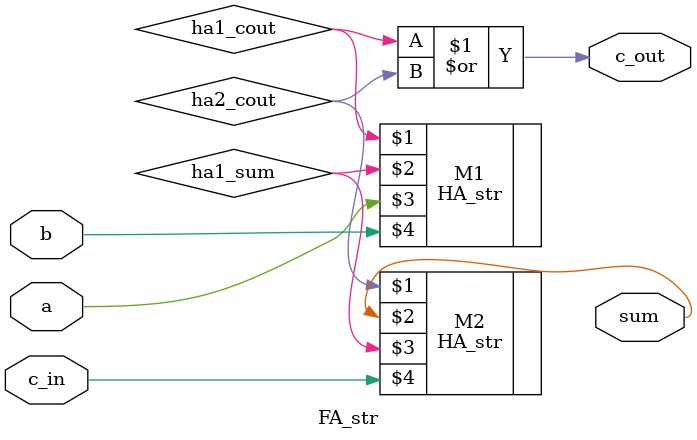
<source format=v>
`timescale 1ns / 1ps
`define D	0		// define the delay

module FA_str(c_out, sum, a, b, c_in);

input	 a, b, c_in;
output c_out, sum;
wire	 ha1_sum, ha1_cout, ha2_cout; 

HA_str	M1		(ha1_cout, ha1_sum, a, b);
HA_str	M2		(ha2_cout, sum, ha1_sum, c_in);

or		#`D		or1	(c_out, ha1_cout, ha2_cout);

endmodule

</source>
